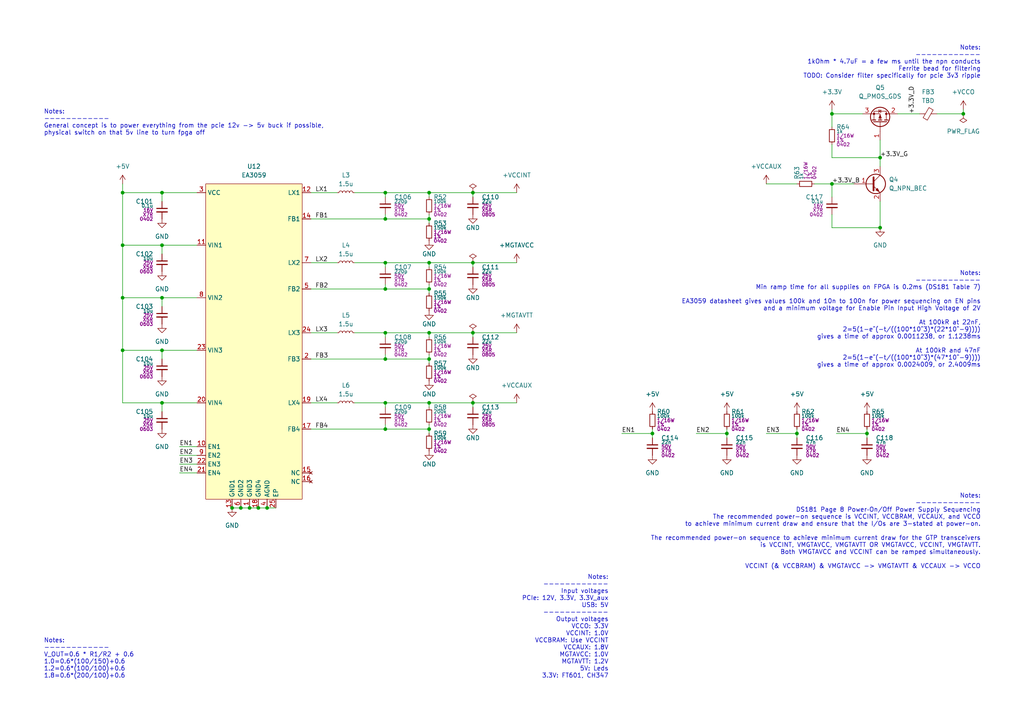
<source format=kicad_sch>
(kicad_sch (version 20230121) (generator eeschema)
  (paper "A4")
  (title_block (title "PCIeDMA") (date "2023-02-14") (rev "1"))
  (lib_symbols
    (symbol "Device:C_Small" (pin_numbers hide) (pin_names (offset 0.254) hide)
      (property "Reference" "C" (at 0.254 1.778 0))
      (property "Value" "C_Small" (at 0.254 -2.032 0))
      (symbol "C_Small_0_1"
        (polyline (pts (xy -1.524 -0.508) (xy 1.524 -0.508)) (stroke (width 0.3302)))
        (polyline (pts (xy -1.524 0.508) (xy 1.524 0.508)) (stroke (width 0.3048)))
      )
      (symbol "C_Small_1_1"
        (pin passive line (at 0 2.54 270) (length 2.032) (name "~") (number "1"))
        (pin passive line (at 0 -2.54 90) (length 2.032) (name "~") (number "2"))
      )
    )
    (symbol "Device:FerriteBead_Small" (pin_numbers hide) (pin_names (offset 0))
      (property "Reference" "FB" (at 1.905 1.27 0))
      (property "Value" "FerriteBead_Small" (at 1.905 -1.27 0))
      (symbol "FerriteBead_Small_0_1"
        (polyline (pts (xy 0 -1.27) (xy 0 -0.7874)))
        (polyline (pts (xy 0 0.889) (xy 0 1.2954)))
        (polyline (pts (xy -1.8288 0.2794) (xy -1.1176 1.4986) (xy 1.8288 -0.2032) (xy 1.1176 -1.4224) (xy -1.8288 0.2794)))
      )
      (symbol "FerriteBead_Small_1_1"
        (pin passive line (at 0 2.54 270) (length 1.27) (name "~") (number "1"))
        (pin passive line (at 0 -2.54 90) (length 1.27) (name "~") (number "2"))
      )
    )
    (symbol "Device:L_Small" (pin_numbers hide) (pin_names (offset 0.254) hide)
      (property "Reference" "L" (at 0.762 1.016 0))
      (property "Value" "L_Small" (at 0.762 -1.016 0))
      (symbol "L_Small_0_1"
        (arc (start 0 -2.032) (mid 0.5058 -1.524) (end 0 -1.016))
        (arc (start 0 -1.016) (mid 0.5058 -0.508) (end 0 0))
        (arc (start 0 0) (mid 0.5058 0.508) (end 0 1.016))
        (arc (start 0 1.016) (mid 0.5058 1.524) (end 0 2.032))
      )
      (symbol "L_Small_1_1"
        (pin passive line (at 0 2.54 270) (length 0.508) (name "~") (number "1"))
        (pin passive line (at 0 -2.54 90) (length 0.508) (name "~") (number "2"))
      )
    )
    (symbol "Device:Q_NPN_BEC" (pin_names (offset 0) hide)
      (property "Reference" "Q" (at 5.08 1.27 0))
      (property "Value" "Q_NPN_BEC" (at 5.08 -1.27 0))
      (symbol "Q_NPN_BEC_0_1"
        (polyline (pts (xy 0.635 0.635) (xy 2.54 2.54)))
        (polyline (pts (xy 0.635 -0.635) (xy 2.54 -2.54) (xy 2.54 -2.54)))
        (polyline (pts (xy 0.635 1.905) (xy 0.635 -1.905) (xy 0.635 -1.905)) (stroke (width 0.508)))
        (polyline (pts (xy 1.27 -1.778) (xy 1.778 -1.27) (xy 2.286 -2.286) (xy 1.27 -1.778) (xy 1.27 -1.778)) (fill (type outline)))
        (circle (center 1.27 0) (radius 2.8194) (stroke (width 0.254)))
      )
      (symbol "Q_NPN_BEC_1_1"
        (pin input line (at -5.08 0 0) (length 5.715) (name "B") (number "1"))
        (pin passive line (at 2.54 -5.08 90) (length 2.54) (name "E") (number "2"))
        (pin passive line (at 2.54 5.08 270) (length 2.54) (name "C") (number "3"))
      )
    )
    (symbol "Device:Q_PMOS_GDS" (pin_names (offset 0) hide)
      (property "Reference" "Q" (at 5.08 1.27 0))
      (property "Value" "Q_PMOS_GDS" (at 5.08 -1.27 0))
      (symbol "Q_PMOS_GDS_0_1"
        (polyline (pts (xy 0.254 0) (xy -2.54 0)))
        (polyline (pts (xy 0.254 1.905) (xy 0.254 -1.905)) (stroke (width 0.254)))
        (polyline (pts (xy 0.762 -1.27) (xy 0.762 -2.286)) (stroke (width 0.254)))
        (polyline (pts (xy 0.762 0.508) (xy 0.762 -0.508)) (stroke (width 0.254)))
        (polyline (pts (xy 0.762 2.286) (xy 0.762 1.27)) (stroke (width 0.254)))
        (polyline (pts (xy 2.54 2.54) (xy 2.54 1.778)))
        (polyline (pts (xy 2.54 -2.54) (xy 2.54 0) (xy 0.762 0)))
        (polyline (pts (xy 0.762 1.778) (xy 3.302 1.778) (xy 3.302 -1.778) (xy 0.762 -1.778)))
        (polyline (pts (xy 2.286 0) (xy 1.27 0.381) (xy 1.27 -0.381) (xy 2.286 0)) (fill (type outline)))
        (polyline (pts (xy 2.794 -0.508) (xy 2.921 -0.381) (xy 3.683 -0.381) (xy 3.81 -0.254)))
        (polyline (pts (xy 3.302 -0.381) (xy 2.921 0.254) (xy 3.683 0.254) (xy 3.302 -0.381)))
        (circle (center 1.651 0) (radius 2.794) (stroke (width 0.254)))
        (circle (center 2.54 -1.778) (radius 0.254) (fill (type outline)))
        (circle (center 2.54 1.778) (radius 0.254) (fill (type outline)))
      )
      (symbol "Q_PMOS_GDS_1_1"
        (pin input line (at -5.08 0 0) (length 2.54) (name "G") (number "1"))
        (pin passive line (at 2.54 5.08 270) (length 2.54) (name "D") (number "2"))
        (pin passive line (at 2.54 -5.08 90) (length 2.54) (name "S") (number "3"))
      )
    )
    (symbol "Device:R_Small" (pin_numbers hide) (pin_names (offset 0.254) hide)
      (property "Reference" "R" (at 0.762 0.508 0))
      (property "Value" "R_Small" (at 0.762 -1.016 0))
      (symbol "R_Small_0_1"
        (rectangle (start -0.762 1.778) (end 0.762 -1.778) (stroke (width 0.2032)))
      )
      (symbol "R_Small_1_1"
        (pin passive line (at 0 2.54 270) (length 0.762) (name "~") (number "1"))
        (pin passive line (at 0 -2.54 90) (length 0.762) (name "~") (number "2"))
      )
    )
    (symbol "PCIeDMA:+MGTAVCC" (power) (pin_names (offset 0))
      (property "Value" "+MGTAVCC" (at 0 3.556 0))
      (symbol "+MGTAVCC_0_1"
        (polyline (pts (xy -0.762 1.27) (xy 0 2.54)))
        (polyline (pts (xy 0 0) (xy 0 2.54)))
        (polyline (pts (xy 0 2.54) (xy 0.762 1.27)))
      )
      (symbol "+MGTAVCC_1_1"
        (pin power_in line (at 0 0 90) (length 0) hide (name "+MGTAVCC") (number "1"))
      )
    )
    (symbol "PCIeDMA:+MGTAVTT" (power) (pin_names (offset 0))
      (property "Value" "+MGTAVTT" (at 0 3.556 0))
      (symbol "+MGTAVTT_0_1"
        (polyline (pts (xy -0.762 1.27) (xy 0 2.54)))
        (polyline (pts (xy 0 0) (xy 0 2.54)))
        (polyline (pts (xy 0 2.54) (xy 0.762 1.27)))
      )
      (symbol "+MGTAVTT_1_1"
        (pin power_in line (at 0 0 90) (length 0) hide (name "+MGTAVTT") (number "1"))
      )
    )
    (symbol "PCIeDMA:+VCCAUX" (power) (pin_names (offset 0))
      (property "Value" "+VCCAUX" (at 0 3.556 0))
      (symbol "+VCCAUX_0_1"
        (polyline (pts (xy -0.762 1.27) (xy 0 2.54)))
        (polyline (pts (xy 0 0) (xy 0 2.54)))
        (polyline (pts (xy 0 2.54) (xy 0.762 1.27)))
      )
      (symbol "+VCCAUX_1_1"
        (pin power_in line (at 0 0 90) (length 0) hide (name "+VCCAUX") (number "1"))
      )
    )
    (symbol "PCIeDMA:+VCCINT" (power) (pin_names (offset 0))
      (property "Value" "+VCCINT" (at 0 3.556 0))
      (symbol "+VCCINT_0_1"
        (polyline (pts (xy -0.762 1.27) (xy 0 2.54)))
        (polyline (pts (xy 0 0) (xy 0 2.54)))
        (polyline (pts (xy 0 2.54) (xy 0.762 1.27)))
      )
      (symbol "+VCCINT_1_1"
        (pin power_in line (at 0 0 90) (length 0) hide (name "+VCCINT") (number "1"))
      )
    )
    (symbol "PCIeDMA:+VCCO" (power) (pin_names (offset 0))
      (property "Value" "+VCCO" (at 0 3.556 0))
      (symbol "+VCCO_0_1"
        (polyline (pts (xy -0.762 1.27) (xy 0 2.54)))
        (polyline (pts (xy 0 0) (xy 0 2.54)))
        (polyline (pts (xy 0 2.54) (xy 0.762 1.27)))
      )
      (symbol "+VCCO_1_1"
        (pin power_in line (at 0 0 90) (length 0) hide (name "+VCCO") (number "1"))
      )
    )
    (symbol "PCIeDMA:EA3059"
      (property "Reference" "U" (at 0 5.08 0))
      (property "Value" "EA3059" (at 0 2.54 0))
      (symbol "EA3059_0_1"
        (rectangle (start 0 0) (end 27.94 -91.44) (fill (type background)))
      )
      (symbol "EA3059_1_1"
        (pin power_in line (at 12.7 -93.98 90) (length 2.54) (name "GND3") (number "1"))
        (pin input line (at -2.54 -76.2 0) (length 2.54) (name "EN1") (number "10"))
        (pin power_in line (at -2.54 -17.78 0) (length 2.54) (name "VIN1") (number "11"))
        (pin output line (at 30.48 -2.54 180) (length 2.54) (name "LX1") (number "12"))
        (pin power_in line (at 7.62 -93.98 90) (length 2.54) (name "GND1") (number "13"))
        (pin input line (at 30.48 -10.16 180) (length 2.54) (name "FB1") (number "14"))
        (pin no_connect line (at 30.48 -83.82 180) (length 2.54) (name "NC") (number "15"))
        (pin no_connect line (at 30.48 -86.36 180) (length 2.54) (name "NC") (number "16"))
        (pin input line (at 30.48 -71.12 180) (length 2.54) (name "FB4") (number "17"))
        (pin power_in line (at 15.24 -93.98 90) (length 2.54) (name "GND4") (number "18"))
        (pin output line (at 30.48 -63.5 180) (length 2.54) (name "LX4") (number "19"))
        (pin input line (at 30.48 -50.8 180) (length 2.54) (name "FB3") (number "2"))
        (pin power_in line (at -2.54 -63.5 0) (length 2.54) (name "VIN4") (number "20"))
        (pin input line (at -2.54 -83.82 0) (length 2.54) (name "EN4") (number "21"))
        (pin input line (at -2.54 -81.28 0) (length 2.54) (name "EN3") (number "22"))
        (pin power_in line (at -2.54 -48.26 0) (length 2.54) (name "VIN3") (number "23"))
        (pin output line (at 30.48 -43.18 180) (length 2.54) (name "LX3") (number "24"))
        (pin power_in line (at 20.32 -93.98 90) (length 2.54) (name "EP") (number "25"))
        (pin power_in line (at -2.54 -2.54 0) (length 2.54) (name "VCC") (number "3"))
        (pin power_in line (at 17.78 -93.98 90) (length 2.54) (name "AGND") (number "4"))
        (pin input line (at 30.48 -30.48 180) (length 2.54) (name "FB2") (number "5"))
        (pin power_in line (at 10.16 -93.98 90) (length 2.54) (name "GND2") (number "6"))
        (pin output line (at 30.48 -22.86 180) (length 2.54) (name "LX2") (number "7"))
        (pin power_in line (at -2.54 -33.02 0) (length 2.54) (name "VIN2") (number "8"))
        (pin input line (at -2.54 -78.74 0) (length 2.54) (name "EN2") (number "9"))
      )
    )
    (symbol "power:+3.3V" (power) (pin_names (offset 0))
      (property "Value" "+3.3V" (at 0 3.556 0))
      (symbol "+3.3V_0_1"
        (polyline (pts (xy -0.762 1.27) (xy 0 2.54)))
        (polyline (pts (xy 0 0) (xy 0 2.54)))
        (polyline (pts (xy 0 2.54) (xy 0.762 1.27)))
      )
      (symbol "+3.3V_1_1"
        (pin power_in line (at 0 0 90) (length 0) hide (name "+3.3V") (number "1"))
      )
    )
    (symbol "power:+5V" (power) (pin_names (offset 0))
      (property "Value" "+5V" (at 0 3.556 0))
      (symbol "+5V_0_1"
        (polyline (pts (xy -0.762 1.27) (xy 0 2.54)))
        (polyline (pts (xy 0 0) (xy 0 2.54)))
        (polyline (pts (xy 0 2.54) (xy 0.762 1.27)))
      )
      (symbol "+5V_1_1"
        (pin power_in line (at 0 0 90) (length 0) hide (name "+5V") (number "1"))
      )
    )
    (symbol "power:GND" (power) (pin_names (offset 0))
      (property "Value" "GND" (at 0 -3.81 0))
      (symbol "GND_0_1"
        (polyline (pts (xy 0 0) (xy 0 -1.27) (xy 1.27 -1.27) (xy 0 -2.54) (xy -1.27 -1.27) (xy 0 -1.27)))
      )
      (symbol "GND_1_1"
        (pin power_in line (at 0 0 270) (length 0) hide (name "GND") (number "1"))
      )
    )
    (symbol "power:PWR_FLAG" (power) (pin_numbers hide) (pin_names (offset 0) hide)
      (property "Value" "PWR_FLAG" (at 0 3.81 0))
      (symbol "PWR_FLAG_0_0"
        (pin power_out line (at 0 0 90) (length 0) (name "pwr") (number "1"))
      )
      (symbol "PWR_FLAG_0_1"
        (polyline (pts (xy 0 0) (xy 0 1.27) (xy -1.016 1.905) (xy 0 2.54) (xy 1.016 1.905) (xy 0 1.27)))
      )
    )
  )
  (junction (at 46.99 71.12))
  (junction (at 251.46 125.73))
  (junction (at 77.47 147.32))
  (junction (at 124.46 83.82))
  (junction (at 137.16 116.84))
  (junction (at 124.46 124.46))
  (junction (at 35.56 101.6))
  (junction (at 124.46 116.84))
  (junction (at 137.16 96.52))
  (junction (at 35.56 71.12))
  (junction (at 111.76 124.46))
  (junction (at 46.99 116.84))
  (junction (at 255.27 45.72))
  (junction (at 241.3 53.34))
  (junction (at 231.14 125.73))
  (junction (at 67.31 147.32))
  (junction (at 72.39 147.32))
  (junction (at 241.3 33.02))
  (junction (at 74.93 147.32))
  (junction (at 189.23 125.73))
  (junction (at 111.76 63.5))
  (junction (at 137.16 76.2))
  (junction (at 124.46 63.5))
  (junction (at 46.99 55.88))
  (junction (at 279.4 33.02))
  (junction (at 137.16 55.88))
  (junction (at 46.99 101.6))
  (junction (at 210.82 125.73))
  (junction (at 46.99 86.36))
  (junction (at 111.76 96.52))
  (junction (at 111.76 83.82))
  (junction (at 111.76 55.88))
  (junction (at 124.46 55.88))
  (junction (at 124.46 76.2))
  (junction (at 255.27 66.04))
  (junction (at 111.76 76.2))
  (junction (at 35.56 86.36))
  (junction (at 35.56 55.88))
  (junction (at 111.76 104.14))
  (junction (at 124.46 104.14))
  (junction (at 69.85 147.32))
  (junction (at 124.46 96.52))
  (junction (at 111.76 116.84))
  (wire (pts (xy 46.99 55.88) (xy 57.15 55.88)))
  (wire (pts (xy 149.86 76.2) (xy 137.16 76.2)))
  (wire (pts (xy 74.93 147.32) (xy 77.47 147.32)))
  (wire (pts (xy 124.46 116.84) (xy 137.16 116.84)))
  (wire (pts (xy 52.07 137.16) (xy 57.15 137.16)))
  (wire (pts (xy 124.46 77.47) (xy 124.46 76.2)))
  (wire (pts (xy 210.82 124.46) (xy 210.82 125.73)))
  (wire (pts (xy 46.99 71.12) (xy 57.15 71.12)))
  (wire (pts (xy 241.3 33.02) (xy 250.19 33.02)))
  (wire (pts (xy 124.46 116.84) (xy 111.76 116.84)))
  (wire (pts (xy 255.27 66.04) (xy 255.27 58.42)))
  (wire (pts (xy 124.46 83.82) (xy 124.46 85.09)))
  (wire (pts (xy 46.99 101.6) (xy 57.15 101.6)))
  (wire (pts (xy 46.99 86.36) (xy 35.56 86.36)))
  (wire (pts (xy 137.16 116.84) (xy 137.16 118.11)))
  (wire (pts (xy 124.46 63.5) (xy 124.46 62.23)))
  (wire (pts (xy 90.17 55.88) (xy 97.79 55.88)))
  (wire (pts (xy 111.76 104.14) (xy 124.46 104.14)))
  (wire (pts (xy 46.99 71.12) (xy 35.56 71.12)))
  (wire (pts (xy 149.86 96.52) (xy 137.16 96.52)))
  (wire (pts (xy 102.87 55.88) (xy 111.76 55.88)))
  (wire (pts (xy 124.46 104.14) (xy 124.46 105.41)))
  (wire (pts (xy 124.46 124.46) (xy 124.46 123.19)))
  (wire (pts (xy 57.15 86.36) (xy 46.99 86.36)))
  (wire (pts (xy 35.56 55.88) (xy 35.56 71.12)))
  (wire (pts (xy 46.99 101.6) (xy 35.56 101.6)))
  (wire (pts (xy 111.76 104.14) (xy 90.17 104.14)))
  (wire (pts (xy 46.99 88.9) (xy 46.99 86.36)))
  (wire (pts (xy 46.99 116.84) (xy 35.56 116.84)))
  (wire (pts (xy 251.46 125.73) (xy 251.46 127)))
  (wire (pts (xy 222.25 53.34) (xy 231.14 53.34)))
  (wire (pts (xy 242.57 125.73) (xy 251.46 125.73)))
  (wire (pts (xy 111.76 55.88) (xy 111.76 57.15)))
  (wire (pts (xy 90.17 96.52) (xy 97.79 96.52)))
  (wire (pts (xy 67.31 147.32) (xy 69.85 147.32)))
  (wire (pts (xy 241.3 41.91) (xy 241.3 45.72)))
  (wire (pts (xy 124.46 76.2) (xy 137.16 76.2)))
  (wire (pts (xy 255.27 45.72) (xy 255.27 48.26)))
  (wire (pts (xy 124.46 97.79) (xy 124.46 96.52)))
  (wire (pts (xy 260.35 33.02) (xy 266.7 33.02)))
  (wire (pts (xy 236.22 53.34) (xy 241.3 53.34)))
  (wire (pts (xy 124.46 57.15) (xy 124.46 55.88)))
  (wire (pts (xy 46.99 73.66) (xy 46.99 71.12)))
  (wire (pts (xy 189.23 125.73) (xy 189.23 127)))
  (wire (pts (xy 241.3 45.72) (xy 255.27 45.72)))
  (wire (pts (xy 46.99 104.14) (xy 46.99 101.6)))
  (wire (pts (xy 124.46 96.52) (xy 111.76 96.52)))
  (wire (pts (xy 189.23 124.46) (xy 189.23 125.73)))
  (wire (pts (xy 124.46 63.5) (xy 124.46 64.77)))
  (wire (pts (xy 111.76 83.82) (xy 124.46 83.82)))
  (wire (pts (xy 35.56 116.84) (xy 35.56 101.6)))
  (wire (pts (xy 124.46 55.88) (xy 111.76 55.88)))
  (wire (pts (xy 271.78 33.02) (xy 279.4 33.02)))
  (wire (pts (xy 35.56 55.88) (xy 46.99 55.88)))
  (wire (pts (xy 241.3 36.83) (xy 241.3 33.02)))
  (wire (pts (xy 102.87 96.52) (xy 111.76 96.52)))
  (wire (pts (xy 137.16 55.88) (xy 137.16 57.15)))
  (wire (pts (xy 231.14 124.46) (xy 231.14 125.73)))
  (wire (pts (xy 111.76 63.5) (xy 90.17 63.5)))
  (wire (pts (xy 46.99 58.42) (xy 46.99 55.88)))
  (wire (pts (xy 124.46 55.88) (xy 137.16 55.88)))
  (wire (pts (xy 279.4 33.02) (xy 279.4 31.75)))
  (wire (pts (xy 241.3 66.04) (xy 255.27 66.04)))
  (wire (pts (xy 111.76 62.23) (xy 111.76 63.5)))
  (wire (pts (xy 124.46 124.46) (xy 124.46 125.73)))
  (wire (pts (xy 241.3 31.75) (xy 241.3 33.02)))
  (wire (pts (xy 124.46 104.14) (xy 124.46 102.87)))
  (wire (pts (xy 111.76 102.87) (xy 111.76 104.14)))
  (wire (pts (xy 149.86 55.88) (xy 137.16 55.88)))
  (wire (pts (xy 57.15 116.84) (xy 46.99 116.84)))
  (wire (pts (xy 52.07 129.54) (xy 57.15 129.54)))
  (wire (pts (xy 35.56 86.36) (xy 35.56 101.6)))
  (wire (pts (xy 149.86 116.84) (xy 137.16 116.84)))
  (wire (pts (xy 255.27 40.64) (xy 255.27 45.72)))
  (wire (pts (xy 111.76 96.52) (xy 111.76 97.79)))
  (wire (pts (xy 46.99 119.38) (xy 46.99 116.84)))
  (wire (pts (xy 111.76 82.55) (xy 111.76 83.82)))
  (wire (pts (xy 124.46 83.82) (xy 124.46 82.55)))
  (wire (pts (xy 111.76 123.19) (xy 111.76 124.46)))
  (wire (pts (xy 77.47 147.32) (xy 80.01 147.32)))
  (wire (pts (xy 52.07 134.62) (xy 57.15 134.62)))
  (wire (pts (xy 251.46 124.46) (xy 251.46 125.73)))
  (wire (pts (xy 111.76 83.82) (xy 90.17 83.82)))
  (wire (pts (xy 180.34 125.73) (xy 189.23 125.73)))
  (wire (pts (xy 241.3 53.34) (xy 247.65 53.34)))
  (wire (pts (xy 222.25 125.73) (xy 231.14 125.73)))
  (wire (pts (xy 111.76 76.2) (xy 111.76 77.47)))
  (wire (pts (xy 72.39 147.32) (xy 74.93 147.32)))
  (wire (pts (xy 201.93 125.73) (xy 210.82 125.73)))
  (wire (pts (xy 90.17 76.2) (xy 97.79 76.2)))
  (wire (pts (xy 111.76 63.5) (xy 124.46 63.5)))
  (wire (pts (xy 137.16 96.52) (xy 137.16 97.79)))
  (wire (pts (xy 137.16 76.2) (xy 137.16 77.47)))
  (wire (pts (xy 102.87 116.84) (xy 111.76 116.84)))
  (wire (pts (xy 231.14 125.73) (xy 231.14 127)))
  (wire (pts (xy 124.46 76.2) (xy 111.76 76.2)))
  (wire (pts (xy 90.17 116.84) (xy 97.79 116.84)))
  (wire (pts (xy 124.46 118.11) (xy 124.46 116.84)))
  (wire (pts (xy 210.82 125.73) (xy 210.82 127)))
  (wire (pts (xy 35.56 71.12) (xy 35.56 86.36)))
  (wire (pts (xy 241.3 62.23) (xy 241.3 66.04)))
  (wire (pts (xy 102.87 76.2) (xy 111.76 76.2)))
  (wire (pts (xy 52.07 132.08) (xy 57.15 132.08)))
  (wire (pts (xy 35.56 53.34) (xy 35.56 55.88)))
  (wire (pts (xy 69.85 147.32) (xy 72.39 147.32)))
  (wire (pts (xy 241.3 53.34) (xy 241.3 57.15)))
  (wire (pts (xy 124.46 96.52) (xy 137.16 96.52)))
  (wire (pts (xy 111.76 116.84) (xy 111.76 118.11)))
  (wire (pts (xy 111.76 124.46) (xy 124.46 124.46)))
  (wire (pts (xy 111.76 124.46) (xy 90.17 124.46)))
  (text "Notes:\n------------\nV_OUT=0.6 * R1/R2 + 0.6\n1.0=0.6*(100/150)+0.6\n1.2=0.6*(100/100)+0.6\n1.8=0.6*(200/100)+0.6" (at 12.7 196.85 0) (effects (font (size 1.27 1.27)) (justify left bottom)))
  (text "Notes:\n------------\nGeneral concept is to power everything from the pcie 12v -> 5v buck if possible, \nphysical switch on that 5v line to turn fpga off\n" (at 12.7 39.37 0) (effects (font (size 1.27 1.27)) (justify left bottom)))
  (text "Notes:\n------------\n1kOhm * 4.7uF = a few ms until the npn conducts\nFerrite bead for filtering\nTODO: Consider filter specifically for pcie 3v3 ripple" (at 284.48 22.86 0) (effects (font (size 1.27 1.27)) (justify right bottom)))
  (text "Notes:\n------------\nDS181 Page 8 Power‐On/Off Power Supply Sequencing\nThe recommended power-on sequence is VCCINT, VCCBRAM, VCCAUX, and VCCO\nto achieve minimum current draw and ensure that the I/Os are 3-stated at power-on.\n\nThe recommended power-on sequence to achieve minimum current draw for the GTP transceivers\nis VCCINT, VMGTAVCC, VMGTAVTT OR VMGTAVCC, VCCINT, VMGTAVTT.\nBoth VMGTAVCC and VCCINT can be ramped simultaneously.\n\nVCCINT (& VCCBRAM) & VMGTAVCC -> VMGTAVTT & VCCAUX -> VCCO" (at 284.48 165.1 0) (effects (font (size 1.27 1.27)) (justify right bottom)))
  (text "Notes:\n------------\nMin ramp time for all supplies on FPGA is 0.2ms (DS181 Table 7)\n\nEA3059 datasheet gives values 100k and 10n to 100n for power sequencing on EN pins\nand a minimum voltage for Enable Pin Input High Voltage of 2V\n\nAt 100kR at 22nF,\n2=5(1-e^(-t/((100*10^3)*(22*10^-9))))\ngives a time of approx 0.0011238, or 1.1238ms\n\nAt 100kR and 47nF\n2=5(1-e^(-t/((100*10^3)*(47*10^-9))))\ngives a time of approx 0.0024009, or 2.4009ms\n" (at 284.48 106.68 0) (effects (font (size 1.27 1.27)) (justify right bottom)))
  (text "Notes:\n------------\nInput voltages\nPCIe: 12V, 3.3V, 3.3V_aux\nUSB: 5V\n------------\nOutput voltages\nVCCO: 3.3V\nVCCINT: 1.0V\nVCCBRAM: Use VCCINT\nVCCAUX: 1.8V\nMGTAVCC: 1.0V\nMGTAVTT: 1.2V\n5V: Leds\n3.3V: FT601, CH347" (at 176.53 196.85 0) (effects (font (size 1.27 1.27)) (justify right bottom)))
  (label "EN3" (at 52.07 134.62 0))
  (label "EN1" (at 52.07 129.54 0))
  (label "LX1" (at 91.44 55.88 0))
  (label "FB3" (at 91.44 104.14 0))
  (label "LX2" (at 91.44 76.2 0))
  (label "FB1" (at 91.44 63.5 0))
  (label "+3.3V_G" (at 255.27 45.72 0))
  (label "EN1" (at 180.34 125.73 0))
  (label "EN2" (at 201.93 125.73 0))
  (label "EN2" (at 52.07 132.08 0))
  (label "LX3" (at 91.44 96.52 0))
  (label "LX4" (at 91.44 116.84 0))
  (label "+3.3V_D" (at 265.43 33.02 90))
  (label "FB4" (at 91.44 124.46 0))
  (label "EN4" (at 52.07 137.16 0))
  (label "+3.3V_B" (at 241.3 53.34 0))
  (label "FB2" (at 91.44 83.82 0))
  (label "EN3" (at 222.25 125.73 0))
  (label "EN4" (at 242.57 125.73 0))
  (symbol (lib_id "power:PWR_FLAG") (at 137.16 116.84 0) (unit 1)
    (property "Reference" "#FLG012" (effects hide))
    (property "Value" "PWR_FLAG" (effects hide))
  )
  (symbol (lib_id "power:GND") (at 124.46 90.17 0) (unit 1)
    (property "Reference" "#PWR0131" (effects hide))
    (property "Value" "GND" (at 124.46 93.98 0))
  )
  (symbol (lib_id "power:GND") (at 124.46 130.81 0) (unit 1)
    (property "Reference" "#PWR0133" (effects hide))
    (property "Value" "GND" (at 124.46 134.62 0))
  )
  (symbol (lib_id "power:PWR_FLAG") (at 279.4 33.02 180) (unit 1)
    (property "Reference" "#FLG013" (effects hide))
    (property "Value" "PWR_FLAG" (at 279.4 38.1 0))
  )
  (symbol (lib_id "power:GND") (at 46.99 63.5 0) (unit 1)
    (property "Reference" "#PWR0124" (effects hide))
    (property "Value" "GND" (at 46.99 68.58 0))
  )
  (symbol (lib_id "power:PWR_FLAG") (at 137.16 76.2 0) (unit 1)
    (property "Reference" "#FLG010" (effects hide))
    (property "Value" "PWR_FLAG" (effects hide))
  )
  (symbol (lib_id "Device:Q_NPN_BEC") (at 252.73 53.34 0) (unit 1)
    (property "Reference" "Q4" (at 257.81 52.0699 0) (effects (justify left)))
    (property "Value" "Q_NPN_BEC" (at 257.81 54.6099 0) (effects (justify left)))
    (property "Footprint" "Package_TO_SOT_SMD:SOT-23" (effects hide))
  )
  (symbol (lib_id "Device:R_Small") (at 241.3 39.37 0) (unit 1)
    (property "Reference" "R64" (at 242.57 36.83 0) (effects (justify left)))
    (property "Value" "1k" (at 242.57 38.1 0) (effects (font (size 1 1)) (justify left)))
    (property "Footprint" "Resistor_SMD:R_0402_1005Metric" (effects hide))
    (property "Rating" "1/16W" (at 242.57 39.37 0) (effects (font (size 1 1)) (justify left)))
    (property "Tolerance" "1%" (at 242.57 40.64 0) (effects (font (size 1 1)) (justify left)))
    (property "Size" "0402" (at 242.57 41.91 0) (effects (font (size 1 1)) (justify left)))
  )
  (symbol (lib_id "PCIeDMA:+VCCAUX") (at 149.86 116.84 0) (unit 1)
    (property "Reference" "#PWR0141" (effects hide))
    (property "Value" "+VCCAUX" (at 149.86 111.76 0))
  )
  (symbol (lib_id "power:+5V") (at 251.46 119.38 0) (unit 1)
    (property "Reference" "#PWR0150" (effects hide))
    (property "Value" "+5V" (at 251.46 114.3 0))
  )
  (symbol (lib_id "Device:C_Small") (at 111.76 59.69 0) (unit 1)
    (property "Reference" "C106" (at 114.3 57.15 0) (effects (justify left)))
    (property "Value" "220p" (at 114.3 58.42 0) (effects (font (size 1 1)) (justify left)))
    (property "Footprint" "Capacitor_SMD:C_0402_1005Metric" (effects hide))
    (property "Rating" "50V" (at 114.3 59.69 0) (effects (font (size 1 1)) (justify left)))
    (property "Class" "X7R" (at 114.3 60.96 0) (effects (font (size 1 1)) (justify left)))
    (property "Size" "0402" (at 114.3 62.23 0) (effects (font (size 1 1)) (justify left)))
  )
  (symbol (lib_id "Device:FerriteBead_Small") (at 269.24 33.02 90) (unit 1)
    (property "Reference" "FB3" (at 269.2019 26.67 90))
    (property "Value" "TBD" (at 269.2019 29.21 90))
    (property "Footprint" "Inductor_SMD:L_0805_2012Metric" (effects hide))
  )
  (symbol (lib_id "power:GND") (at 231.14 132.08 0) (unit 1)
    (property "Reference" "#PWR0148" (effects hide))
    (property "Value" "GND" (at 231.14 137.16 0))
  )
  (symbol (lib_id "Device:R_Small") (at 124.46 107.95 0) (unit 1)
    (property "Reference" "R57" (at 125.73 105.41 0) (effects (justify left)))
    (property "Value" "100k" (at 125.73 106.68 0) (effects (font (size 1 1)) (justify left)))
    (property "Footprint" "Resistor_SMD:R_0402_1005Metric" (effects hide))
    (property "Rating" "1/16W" (at 125.73 107.95 0) (effects (font (size 1 1)) (justify left)))
    (property "Tolerance" "1%" (at 125.73 109.22 0) (effects (font (size 1 1)) (justify left)))
    (property "Size" "0402" (at 125.73 110.49 0) (effects (font (size 1 1)) (justify left)))
  )
  (symbol (lib_id "power:+5V") (at 189.23 119.38 0) (unit 1)
    (property "Reference" "#PWR0142" (effects hide))
    (property "Value" "+5V" (at 189.23 114.3 0))
  )
  (symbol (lib_id "power:GND") (at 137.16 82.55 0) (unit 1)
    (property "Reference" "#PWR0135" (effects hide))
    (property "Value" "GND" (at 137.16 86.36 0))
  )
  (symbol (lib_id "Device:R_Small") (at 231.14 121.92 0) (unit 1)
    (property "Reference" "R62" (at 232.41 119.38 0) (effects (justify left)))
    (property "Value" "100k" (at 232.41 120.65 0) (effects (font (size 1 1)) (justify left)))
    (property "Footprint" "Resistor_SMD:R_0402_1005Metric" (effects hide))
    (property "Rating" "1/16W" (at 232.41 121.92 0) (effects (font (size 1 1)) (justify left)))
    (property "Tolerance" "1%" (at 232.41 123.19 0) (effects (font (size 1 1)) (justify left)))
    (property "Size" "0402" (at 232.41 124.46 0) (effects (font (size 1 1)) (justify left)))
  )
  (symbol (lib_id "PCIeDMA:+MGTAVTT") (at 149.86 96.52 0) (unit 1)
    (property "Reference" "#PWR0140" (effects hide))
    (property "Value" "+MGTAVTT" (at 149.86 91.44 0))
  )
  (symbol (lib_id "Device:C_Small") (at 111.76 120.65 0) (unit 1)
    (property "Reference" "C109" (at 114.3 118.11 0) (effects (justify left)))
    (property "Value" "220p" (at 114.3 119.38 0) (effects (font (size 1 1)) (justify left)))
    (property "Footprint" "Capacitor_SMD:C_0402_1005Metric" (effects hide))
    (property "Rating" "50V" (at 114.3 120.65 0) (effects (font (size 1 1)) (justify left)))
    (property "Class" "X7R" (at 114.3 121.92 0) (effects (font (size 1 1)) (justify left)))
    (property "Size" "0402" (at 114.3 123.19 0) (effects (font (size 1 1)) (justify left)))
  )
  (symbol (lib_id "PCIeDMA:+VCCAUX") (at 222.25 53.34 0) (unit 1)
    (property "Reference" "#PWR0146" (effects hide))
    (property "Value" "+VCCAUX" (at 222.25 48.26 0))
  )
  (symbol (lib_id "power:GND") (at 46.99 93.98 0) (unit 1)
    (property "Reference" "#PWR0126" (effects hide))
    (property "Value" "GND" (at 46.99 99.06 0))
  )
  (symbol (lib_id "power:GND") (at 189.23 132.08 0) (unit 1)
    (property "Reference" "#PWR0143" (effects hide))
    (property "Value" "GND" (at 189.23 137.16 0))
  )
  (symbol (lib_id "Device:R_Small") (at 210.82 121.92 0) (unit 1)
    (property "Reference" "R61" (at 212.09 119.38 0) (effects (justify left)))
    (property "Value" "100k" (at 212.09 120.65 0) (effects (font (size 1 1)) (justify left)))
    (property "Footprint" "Resistor_SMD:R_0402_1005Metric" (effects hide))
    (property "Rating" "1/16W" (at 212.09 121.92 0) (effects (font (size 1 1)) (justify left)))
    (property "Tolerance" "1%" (at 212.09 123.19 0) (effects (font (size 1 1)) (justify left)))
    (property "Size" "0402" (at 212.09 124.46 0) (effects (font (size 1 1)) (justify left)))
  )
  (symbol (lib_id "power:GND") (at 251.46 132.08 0) (unit 1)
    (property "Reference" "#PWR0151" (effects hide))
    (property "Value" "GND" (at 251.46 137.16 0))
  )
  (symbol (lib_id "power:GND") (at 137.16 102.87 0) (unit 1)
    (property "Reference" "#PWR0136" (effects hide))
    (property "Value" "GND" (at 137.16 106.68 0))
  )
  (symbol (lib_id "Device:C_Small") (at 46.99 60.96 0) (mirror y) (unit 1)
    (property "Reference" "C101" (at 44.45 58.42 0) (effects (justify left)))
    (property "Value" "0.1u" (at 44.45 59.69 0) (effects (font (size 1 1)) (justify left)))
    (property "Footprint" "Capacitor_SMD:C_0402_1005Metric" (effects hide))
    (property "Rating" "16V" (at 44.45 60.96 0) (effects (font (size 1 1)) (justify left)))
    (property "Class" "X7R" (at 44.45 62.23 0) (effects (font (size 1 1)) (justify left)))
    (property "Size" "0402" (at 44.45 63.5 0) (effects (font (size 1 1)) (justify left)))
  )
  (symbol (lib_id "Device:R_Small") (at 124.46 100.33 0) (unit 1)
    (property "Reference" "R56" (at 125.73 97.79 0) (effects (justify left)))
    (property "Value" "100k" (at 125.73 99.06 0) (effects (font (size 1 1)) (justify left)))
    (property "Footprint" "Resistor_SMD:R_0402_1005Metric" (effects hide))
    (property "Rating" "1/16W" (at 125.73 100.33 0) (effects (font (size 1 1)) (justify left)))
    (property "Tolerance" "1%" (at 125.73 101.6 0) (effects (font (size 1 1)) (justify left)))
    (property "Size" "0402" (at 125.73 102.87 0) (effects (font (size 1 1)) (justify left)))
  )
  (symbol (lib_id "power:GND") (at 46.99 78.74 0) (unit 1)
    (property "Reference" "#PWR0125" (effects hide))
    (property "Value" "GND" (at 46.99 83.82 0))
  )
  (symbol (lib_id "Device:R_Small") (at 124.46 120.65 0) (unit 1)
    (property "Reference" "R58" (at 125.73 118.11 0) (effects (justify left)))
    (property "Value" "200k" (at 125.73 119.38 0) (effects (font (size 1 1)) (justify left)))
    (property "Footprint" "Resistor_SMD:R_0402_1005Metric" (effects hide))
    (property "Rating" "1/16W" (at 125.73 120.65 0) (effects (font (size 1 1)) (justify left)))
    (property "Tolerance" "1%" (at 125.73 121.92 0) (effects (font (size 1 1)) (justify left)))
    (property "Size" "0402" (at 125.73 123.19 0) (effects (font (size 1 1)) (justify left)))
  )
  (symbol (lib_id "Device:R_Small") (at 124.46 80.01 0) (unit 1)
    (property "Reference" "R54" (at 125.73 77.47 0) (effects (justify left)))
    (property "Value" "100k" (at 125.73 78.74 0) (effects (font (size 1 1)) (justify left)))
    (property "Footprint" "Resistor_SMD:R_0402_1005Metric" (effects hide))
    (property "Rating" "1/16W" (at 125.73 80.01 0) (effects (font (size 1 1)) (justify left)))
    (property "Tolerance" "1%" (at 125.73 81.28 0) (effects (font (size 1 1)) (justify left)))
    (property "Size" "0402" (at 125.73 82.55 0) (effects (font (size 1 1)) (justify left)))
  )
  (symbol (lib_id "power:PWR_FLAG") (at 137.16 55.88 0) (unit 1)
    (property "Reference" "#FLG09" (effects hide))
    (property "Value" "PWR_FLAG" (effects hide))
  )
  (symbol (lib_id "PCIeDMA:+VCCO") (at 279.4 31.75 0) (unit 1)
    (property "Reference" "#PWR0153" (effects hide))
    (property "Value" "+VCCO" (at 279.4 26.67 0))
  )
  (symbol (lib_id "power:PWR_FLAG") (at 137.16 96.52 0) (unit 1)
    (property "Reference" "#FLG011" (effects hide))
    (property "Value" "PWR_FLAG" (effects hide))
  )
  (symbol (lib_id "power:GND") (at 255.27 66.04 0) (unit 1)
    (property "Reference" "#PWR0152" (effects hide))
    (property "Value" "GND" (at 255.27 71.12 0))
  )
  (symbol (lib_id "Device:R_Small") (at 251.46 121.92 0) (unit 1)
    (property "Reference" "R65" (at 252.73 119.38 0) (effects (justify left)))
    (property "Value" "100k" (at 252.73 120.65 0) (effects (font (size 1 1)) (justify left)))
    (property "Footprint" "Resistor_SMD:R_0402_1005Metric" (effects hide))
    (property "Rating" "1/16W" (at 252.73 121.92 0) (effects (font (size 1 1)) (justify left)))
    (property "Tolerance" "1%" (at 252.73 123.19 0) (effects (font (size 1 1)) (justify left)))
    (property "Size" "0402" (at 252.73 124.46 0) (effects (font (size 1 1)) (justify left)))
  )
  (symbol (lib_id "Device:L_Small") (at 100.33 96.52 90) (unit 1)
    (property "Reference" "L5" (at 100.33 91.44 90))
    (property "Value" "1.5u" (at 100.33 93.98 90))
    (property "Footprint" "Inductor_SMD:L_Abracon_ASPI-3012S" (effects hide))
  )
  (symbol (lib_id "Device:L_Small") (at 100.33 116.84 90) (unit 1)
    (property "Reference" "L6" (at 100.33 111.76 90))
    (property "Value" "1.5u" (at 100.33 114.3 90))
    (property "Footprint" "Inductor_SMD:L_Abracon_ASPI-3012S" (effects hide))
  )
  (symbol (lib_id "power:GND") (at 137.16 123.19 0) (unit 1)
    (property "Reference" "#PWR0137" (effects hide))
    (property "Value" "GND" (at 137.16 127 0))
  )
  (symbol (lib_id "power:GND") (at 124.46 110.49 0) (unit 1)
    (property "Reference" "#PWR0132" (effects hide))
    (property "Value" "GND" (at 124.46 114.3 0))
  )
  (symbol (lib_id "Device:C_Small") (at 111.76 80.01 0) (unit 1)
    (property "Reference" "C107" (at 114.3 77.47 0) (effects (justify left)))
    (property "Value" "220p" (at 114.3 78.74 0) (effects (font (size 1 1)) (justify left)))
    (property "Footprint" "Capacitor_SMD:C_0402_1005Metric" (effects hide))
    (property "Rating" "50V" (at 114.3 80.01 0) (effects (font (size 1 1)) (justify left)))
    (property "Class" "X7R" (at 114.3 81.28 0) (effects (font (size 1 1)) (justify left)))
    (property "Size" "0402" (at 114.3 82.55 0) (effects (font (size 1 1)) (justify left)))
  )
  (symbol (lib_id "Device:R_Small") (at 233.68 53.34 90) (unit 1)
    (property "Reference" "R63" (at 231.14 52.07 0) (effects (justify left)))
    (property "Value" "1k" (at 232.41 52.07 0) (effects (font (size 1 1)) (justify left)))
    (property "Footprint" "Resistor_SMD:R_0402_1005Metric" (effects hide))
    (property "Rating" "1/16W" (at 233.68 52.07 0) (effects (font (size 1 1)) (justify left)))
    (property "Tolerance" "1%" (at 234.95 52.07 0) (effects (font (size 1 1)) (justify left)))
    (property "Size" "0402" (at 236.22 52.07 0) (effects (font (size 1 1)) (justify left)))
  )
  (symbol (lib_id "PCIeDMA:+MGTAVCC") (at 149.86 76.2 0) (unit 1)
    (property "Reference" "#PWR0139" (effects hide))
    (property "Value" "+MGTAVCC" (at 149.86 71.12 0))
  )
  (symbol (lib_id "power:GND") (at 46.99 124.46 0) (unit 1)
    (property "Reference" "#PWR0128" (effects hide))
    (property "Value" "GND" (at 46.99 129.54 0))
  )
  (symbol (lib_id "Device:C_Small") (at 46.99 76.2 0) (mirror y) (unit 1)
    (property "Reference" "C102" (at 44.45 73.66 0) (effects (justify left)))
    (property "Value" "10u" (at 44.45 74.93 0) (effects (font (size 1 1)) (justify left)))
    (property "Footprint" "Capacitor_SMD:C_0603_1608Metric" (effects hide))
    (property "Rating" "25V" (at 44.45 76.2 0) (effects (font (size 1 1)) (justify left)))
    (property "Class" "X5R" (at 44.45 77.47 0) (effects (font (size 1 1)) (justify left)))
    (property "Size" "0603" (at 44.45 78.74 0) (effects (font (size 1 1)) (justify left)))
  )
  (symbol (lib_id "Device:C_Small") (at 137.16 120.65 0) (unit 1)
    (property "Reference" "C113" (at 139.7 118.11 0) (effects (justify left)))
    (property "Value" "22u" (at 139.7 119.38 0) (effects (font (size 1 1)) (justify left)))
    (property "Footprint" "Capacitor_SMD:C_0805_2012Metric" (effects hide))
    (property "Rating" "25V" (at 139.7 120.65 0) (effects (font (size 1 1)) (justify left)))
    (property "Class" "X5R" (at 139.7 121.92 0) (effects (font (size 1 1)) (justify left)))
    (property "Size" "0805" (at 139.7 123.19 0) (effects (font (size 1 1)) (justify left)))
  )
  (symbol (lib_id "PCIeDMA:EA3059") (at 59.69 53.34 0) (unit 1)
    (property "Reference" "U12" (at 73.66 48.26 0))
    (property "Value" "EA3059" (at 73.66 50.8 0))
    (property "Footprint" "Package_DFN_QFN:QFN-24-1EP_4x4mm_P0.5mm_EP2.6x2.6mm" (effects hide))
  )
  (symbol (lib_id "PCIeDMA:+VCCINT") (at 149.86 55.88 0) (unit 1)
    (property "Reference" "#PWR0138" (effects hide))
    (property "Value" "+VCCINT" (at 149.86 50.8 0))
  )
  (symbol (lib_id "Device:C_Small") (at 210.82 129.54 0) (unit 1)
    (property "Reference" "C115" (at 213.36 127 0) (effects (justify left)))
    (property "Value" "22n" (at 213.36 128.27 0) (effects (font (size 1 1)) (justify left)))
    (property "Footprint" "Capacitor_SMD:C_0402_1005Metric" (effects hide))
    (property "Rating" "50V" (at 213.36 129.54 0) (effects (font (size 1 1)) (justify left)))
    (property "Class" "X7R" (at 213.36 130.81 0) (effects (font (size 1 1)) (justify left)))
    (property "Size" "0402" (at 213.36 132.08 0) (effects (font (size 1 1)) (justify left)))
  )
  (symbol (lib_id "Device:R_Small") (at 124.46 87.63 0) (unit 1)
    (property "Reference" "R55" (at 125.73 85.09 0) (effects (justify left)))
    (property "Value" "150k" (at 125.73 86.36 0) (effects (font (size 1 1)) (justify left)))
    (property "Footprint" "Resistor_SMD:R_0402_1005Metric" (effects hide))
    (property "Rating" "1/16W" (at 125.73 87.63 0) (effects (font (size 1 1)) (justify left)))
    (property "Tolerance" "1%" (at 125.73 88.9 0) (effects (font (size 1 1)) (justify left)))
    (property "Size" "0402" (at 125.73 90.17 0) (effects (font (size 1 1)) (justify left)))
  )
  (symbol (lib_id "Device:C_Small") (at 46.99 121.92 0) (mirror y) (unit 1)
    (property "Reference" "C105" (at 44.45 119.38 0) (effects (justify left)))
    (property "Value" "10u" (at 44.45 120.65 0) (effects (font (size 1 1)) (justify left)))
    (property "Footprint" "Capacitor_SMD:C_0603_1608Metric" (effects hide))
    (property "Rating" "25V" (at 44.45 121.92 0) (effects (font (size 1 1)) (justify left)))
    (property "Class" "X5R" (at 44.45 123.19 0) (effects (font (size 1 1)) (justify left)))
    (property "Size" "0603" (at 44.45 124.46 0) (effects (font (size 1 1)) (justify left)))
  )
  (symbol (lib_id "Device:C_Small") (at 241.3 59.69 0) (mirror y) (unit 1)
    (property "Reference" "C117" (at 238.76 57.15 0) (effects (justify left)))
    (property "Value" "0.1u" (at 238.76 58.42 0) (effects (font (size 1 1)) (justify left)))
    (property "Footprint" "Capacitor_SMD:C_0402_1005Metric" (effects hide))
    (property "Rating" "16V" (at 238.76 59.69 0) (effects (font (size 1 1)) (justify left)))
    (property "Class" "X7R" (at 238.76 60.96 0) (effects (font (size 1 1)) (justify left)))
    (property "Size" "0402" (at 238.76 62.23 0) (effects (font (size 1 1)) (justify left)))
  )
  (symbol (lib_id "power:+3.3V") (at 241.3 31.75 0) (unit 1)
    (property "Reference" "#PWR0149" (effects hide))
    (property "Value" "+3.3V" (at 241.3 26.67 0))
  )
  (symbol (lib_id "power:GND") (at 124.46 69.85 0) (unit 1)
    (property "Reference" "#PWR0130" (effects hide))
    (property "Value" "GND" (at 124.46 73.66 0))
  )
  (symbol (lib_id "Device:L_Small") (at 100.33 76.2 90) (unit 1)
    (property "Reference" "L4" (at 100.33 71.12 90))
    (property "Value" "1.5u" (at 100.33 73.66 90))
    (property "Footprint" "Inductor_SMD:L_Abracon_ASPI-3012S" (effects hide))
  )
  (symbol (lib_id "power:+5V") (at 35.56 53.34 0) (unit 1)
    (property "Reference" "#PWR0123" (effects hide))
    (property "Value" "+5V" (at 35.56 48.26 0))
  )
  (symbol (lib_id "power:GND") (at 46.99 109.22 0) (unit 1)
    (property "Reference" "#PWR0127" (effects hide))
    (property "Value" "GND" (at 46.99 114.3 0))
  )
  (symbol (lib_id "Device:R_Small") (at 124.46 128.27 0) (unit 1)
    (property "Reference" "R59" (at 125.73 125.73 0) (effects (justify left)))
    (property "Value" "100k" (at 125.73 127 0) (effects (font (size 1 1)) (justify left)))
    (property "Footprint" "Resistor_SMD:R_0402_1005Metric" (effects hide))
    (property "Rating" "1/16W" (at 125.73 128.27 0) (effects (font (size 1 1)) (justify left)))
    (property "Tolerance" "1%" (at 125.73 129.54 0) (effects (font (size 1 1)) (justify left)))
    (property "Size" "0402" (at 125.73 130.81 0) (effects (font (size 1 1)) (justify left)))
  )
  (symbol (lib_id "Device:C_Small") (at 111.76 100.33 0) (unit 1)
    (property "Reference" "C108" (at 114.3 97.79 0) (effects (justify left)))
    (property "Value" "220p" (at 114.3 99.06 0) (effects (font (size 1 1)) (justify left)))
    (property "Footprint" "Capacitor_SMD:C_0402_1005Metric" (effects hide))
    (property "Rating" "50V" (at 114.3 100.33 0) (effects (font (size 1 1)) (justify left)))
    (property "Class" "X7R" (at 114.3 101.6 0) (effects (font (size 1 1)) (justify left)))
    (property "Size" "0402" (at 114.3 102.87 0) (effects (font (size 1 1)) (justify left)))
  )
  (symbol (lib_id "Device:C_Small") (at 137.16 80.01 0) (unit 1)
    (property "Reference" "C111" (at 139.7 77.47 0) (effects (justify left)))
    (property "Value" "22u" (at 139.7 78.74 0) (effects (font (size 1 1)) (justify left)))
    (property "Footprint" "Capacitor_SMD:C_0805_2012Metric" (effects hide))
    (property "Rating" "25V" (at 139.7 80.01 0) (effects (font (size 1 1)) (justify left)))
    (property "Class" "X5R" (at 139.7 81.28 0) (effects (font (size 1 1)) (justify left)))
    (property "Size" "0805" (at 139.7 82.55 0) (effects (font (size 1 1)) (justify left)))
  )
  (symbol (lib_id "Device:C_Small") (at 251.46 129.54 0) (unit 1)
    (property "Reference" "C118" (at 254 127 0) (effects (justify left)))
    (property "Value" "47n" (at 254 128.27 0) (effects (font (size 1 1)) (justify left)))
    (property "Footprint" "Capacitor_SMD:C_0402_1005Metric" (effects hide))
    (property "Rating" "50V" (at 254 129.54 0) (effects (font (size 1 1)) (justify left)))
    (property "Class" "X7R" (at 254 130.81 0) (effects (font (size 1 1)) (justify left)))
    (property "Size" "0402" (at 254 132.08 0) (effects (font (size 1 1)) (justify left)))
  )
  (symbol (lib_id "Device:R_Small") (at 124.46 59.69 0) (unit 1)
    (property "Reference" "R52" (at 125.73 57.15 0) (effects (justify left)))
    (property "Value" "100k" (at 125.73 58.42 0) (effects (font (size 1 1)) (justify left)))
    (property "Footprint" "Resistor_SMD:R_0402_1005Metric" (effects hide))
    (property "Rating" "1/16W" (at 125.73 59.69 0) (effects (font (size 1 1)) (justify left)))
    (property "Tolerance" "1%" (at 125.73 60.96 0) (effects (font (size 1 1)) (justify left)))
    (property "Size" "0402" (at 125.73 62.23 0) (effects (font (size 1 1)) (justify left)))
  )
  (symbol (lib_id "Device:Q_PMOS_GDS") (at 255.27 35.56 270) (mirror x) (unit 1)
    (property "Reference" "Q5" (at 255.27 25.4 90))
    (property "Value" "Q_PMOS_GDS" (at 255.27 27.94 90))
    (property "Footprint" "Package_TO_SOT_SMD:SOT-23" (effects hide))
  )
  (symbol (lib_id "Device:C_Small") (at 137.16 100.33 0) (unit 1)
    (property "Reference" "C112" (at 139.7 97.79 0) (effects (justify left)))
    (property "Value" "22u" (at 139.7 99.06 0) (effects (font (size 1 1)) (justify left)))
    (property "Footprint" "Capacitor_SMD:C_0805_2012Metric" (effects hide))
    (property "Rating" "25V" (at 139.7 100.33 0) (effects (font (size 1 1)) (justify left)))
    (property "Class" "X5R" (at 139.7 101.6 0) (effects (font (size 1 1)) (justify left)))
    (property "Size" "0805" (at 139.7 102.87 0) (effects (font (size 1 1)) (justify left)))
  )
  (symbol (lib_id "Device:R_Small") (at 189.23 121.92 0) (unit 1)
    (property "Reference" "R60" (at 190.5 119.38 0) (effects (justify left)))
    (property "Value" "100k" (at 190.5 120.65 0) (effects (font (size 1 1)) (justify left)))
    (property "Footprint" "Resistor_SMD:R_0402_1005Metric" (effects hide))
    (property "Rating" "1/16W" (at 190.5 121.92 0) (effects (font (size 1 1)) (justify left)))
    (property "Tolerance" "1%" (at 190.5 123.19 0) (effects (font (size 1 1)) (justify left)))
    (property "Size" "0402" (at 190.5 124.46 0) (effects (font (size 1 1)) (justify left)))
  )
  (symbol (lib_id "Device:C_Small") (at 231.14 129.54 0) (unit 1)
    (property "Reference" "C116" (at 233.68 127 0) (effects (justify left)))
    (property "Value" "47n" (at 233.68 128.27 0) (effects (font (size 1 1)) (justify left)))
    (property "Footprint" "Capacitor_SMD:C_0402_1005Metric" (effects hide))
    (property "Rating" "50V" (at 233.68 129.54 0) (effects (font (size 1 1)) (justify left)))
    (property "Class" "X7R" (at 233.68 130.81 0) (effects (font (size 1 1)) (justify left)))
    (property "Size" "0402" (at 233.68 132.08 0) (effects (font (size 1 1)) (justify left)))
  )
  (symbol (lib_id "power:GND") (at 137.16 62.23 0) (unit 1)
    (property "Reference" "#PWR0134" (effects hide))
    (property "Value" "GND" (at 137.16 66.04 0))
  )
  (symbol (lib_id "Device:L_Small") (at 100.33 55.88 90) (unit 1)
    (property "Reference" "L3" (at 100.33 50.8 90))
    (property "Value" "1.5u" (at 100.33 53.34 90))
    (property "Footprint" "Inductor_SMD:L_Abracon_ASPI-3012S" (effects hide))
  )
  (symbol (lib_id "Device:C_Small") (at 46.99 91.44 0) (mirror y) (unit 1)
    (property "Reference" "C103" (at 44.45 88.9 0) (effects (justify left)))
    (property "Value" "10u" (at 44.45 90.17 0) (effects (font (size 1 1)) (justify left)))
    (property "Footprint" "Capacitor_SMD:C_0603_1608Metric" (effects hide))
    (property "Rating" "25V" (at 44.45 91.44 0) (effects (font (size 1 1)) (justify left)))
    (property "Class" "X5R" (at 44.45 92.71 0) (effects (font (size 1 1)) (justify left)))
    (property "Size" "0603" (at 44.45 93.98 0) (effects (font (size 1 1)) (justify left)))
  )
  (symbol (lib_id "Device:C_Small") (at 137.16 59.69 0) (unit 1)
    (property "Reference" "C110" (at 139.7 57.15 0) (effects (justify left)))
    (property "Value" "22u" (at 139.7 58.42 0) (effects (font (size 1 1)) (justify left)))
    (property "Footprint" "Capacitor_SMD:C_0805_2012Metric" (effects hide))
    (property "Rating" "25V" (at 139.7 59.69 0) (effects (font (size 1 1)) (justify left)))
    (property "Class" "X5R" (at 139.7 60.96 0) (effects (font (size 1 1)) (justify left)))
    (property "Size" "0805" (at 139.7 62.23 0) (effects (font (size 1 1)) (justify left)))
  )
  (symbol (lib_id "power:GND") (at 210.82 132.08 0) (unit 1)
    (property "Reference" "#PWR0145" (effects hide))
    (property "Value" "GND" (at 210.82 137.16 0))
  )
  (symbol (lib_id "power:+5V") (at 210.82 119.38 0) (unit 1)
    (property "Reference" "#PWR0144" (effects hide))
    (property "Value" "+5V" (at 210.82 114.3 0))
  )
  (symbol (lib_id "Device:C_Small") (at 189.23 129.54 0) (unit 1)
    (property "Reference" "C114" (at 191.77 127 0) (effects (justify left)))
    (property "Value" "22n" (at 191.77 128.27 0) (effects (font (size 1 1)) (justify left)))
    (property "Footprint" "Capacitor_SMD:C_0402_1005Metric" (effects hide))
    (property "Rating" "50V" (at 191.77 129.54 0) (effects (font (size 1 1)) (justify left)))
    (property "Class" "X7R" (at 191.77 130.81 0) (effects (font (size 1 1)) (justify left)))
    (property "Size" "0402" (at 191.77 132.08 0) (effects (font (size 1 1)) (justify left)))
  )
  (symbol (lib_id "power:+5V") (at 231.14 119.38 0) (unit 1)
    (property "Reference" "#PWR0147" (effects hide))
    (property "Value" "+5V" (at 231.14 114.3 0))
  )
  (symbol (lib_id "Device:C_Small") (at 46.99 106.68 0) (mirror y) (unit 1)
    (property "Reference" "C104" (at 44.45 104.14 0) (effects (justify left)))
    (property "Value" "10u" (at 44.45 105.41 0) (effects (font (size 1 1)) (justify left)))
    (property "Footprint" "Capacitor_SMD:C_0603_1608Metric" (effects hide))
    (property "Rating" "25V" (at 44.45 106.68 0) (effects (font (size 1 1)) (justify left)))
    (property "Class" "X5R" (at 44.45 107.95 0) (effects (font (size 1 1)) (justify left)))
    (property "Size" "0603" (at 44.45 109.22 0) (effects (font (size 1 1)) (justify left)))
  )
  (symbol (lib_id "power:GND") (at 67.31 147.32 0) (unit 1)
    (property "Reference" "#PWR0129" (effects hide))
    (property "Value" "GND" (at 67.31 152.4 0))
  )
  (symbol (lib_id "Device:R_Small") (at 124.46 67.31 0) (unit 1)
    (property "Reference" "R53" (at 125.73 64.77 0) (effects (justify left)))
    (property "Value" "150k" (at 125.73 66.04 0) (effects (font (size 1 1)) (justify left)))
    (property "Footprint" "Resistor_SMD:R_0402_1005Metric" (effects hide))
    (property "Rating" "1/16W" (at 125.73 67.31 0) (effects (font (size 1 1)) (justify left)))
    (property "Tolerance" "1%" (at 125.73 68.58 0) (effects (font (size 1 1)) (justify left)))
    (property "Size" "0402" (at 125.73 69.85 0) (effects (font (size 1 1)) (justify left)))
  )
)
</source>
